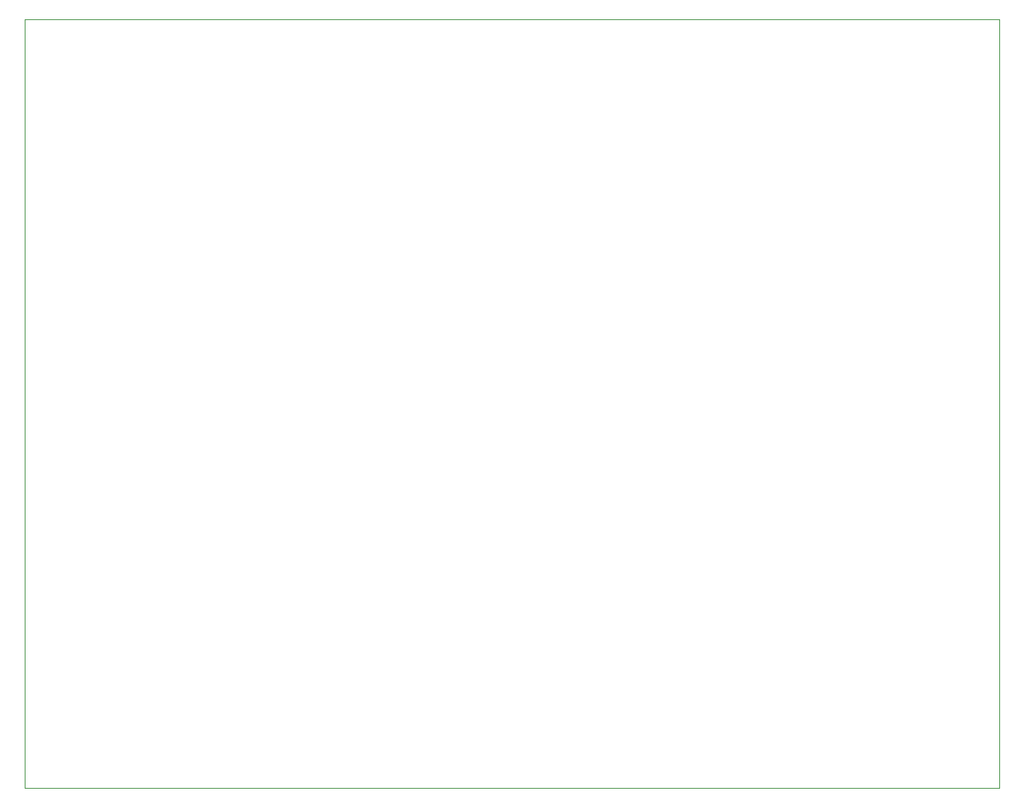
<source format=gbr>
%TF.GenerationSoftware,KiCad,Pcbnew,(6.0.0)*%
%TF.CreationDate,2022-10-06T11:10:54+02:00*%
%TF.ProjectId,012-Amesis-ColdSartE85_HWv0.01,3031322d-416d-4657-9369-732d436f6c64,v0.01_Golf 1.6L 16v *%
%TF.SameCoordinates,Original*%
%TF.FileFunction,Profile,NP*%
%FSLAX46Y46*%
G04 Gerber Fmt 4.6, Leading zero omitted, Abs format (unit mm)*
G04 Created by KiCad (PCBNEW (6.0.0)) date 2022-10-06 11:10:54*
%MOMM*%
%LPD*%
G01*
G04 APERTURE LIST*
%TA.AperFunction,Profile*%
%ADD10C,0.100000*%
%TD*%
G04 APERTURE END LIST*
D10*
X224993200Y-44577000D02*
X118160800Y-44577000D01*
X118160800Y-44577000D02*
X118160800Y-128955800D01*
X118160800Y-128955800D02*
X224993200Y-128955800D01*
X224993200Y-128955800D02*
X224993200Y-44577000D01*
M02*

</source>
